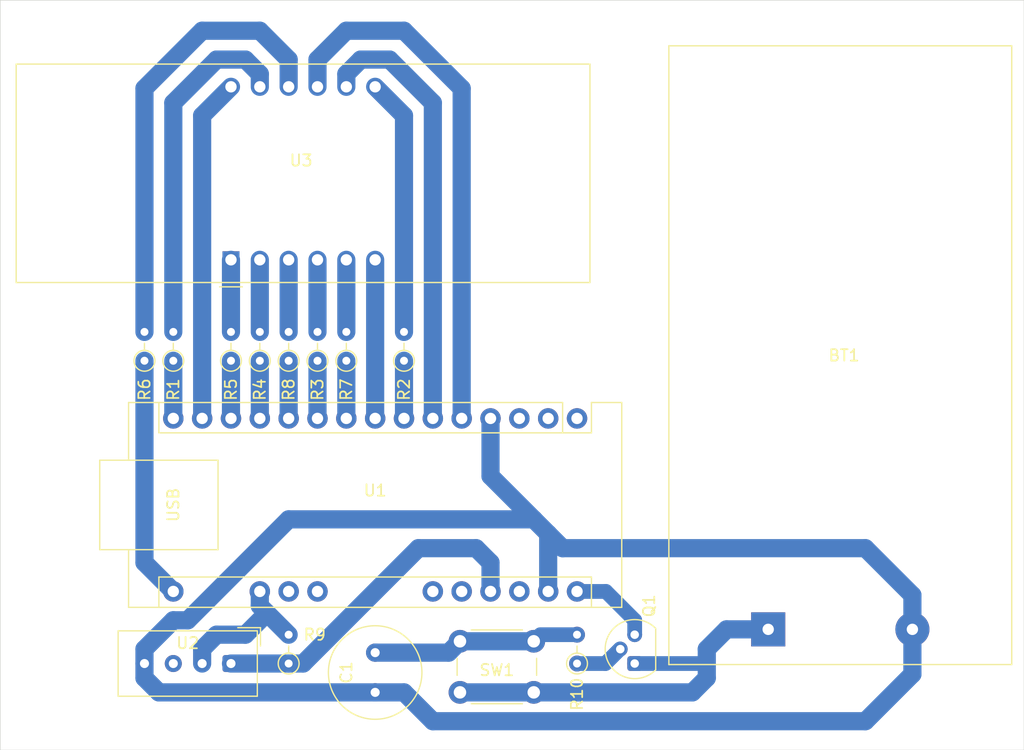
<source format=kicad_pcb>
(kicad_pcb (version 20241229) (generator "pcbnew") (generator_version "9.0")
  (layers (0 "F.Cu" signal) (2 "B.Cu" signal) (13 "F.Paste" user) (15 "B.Paste" user) (5 "F.SilkS" user "F.Silkscreen") (7 "B.SilkS" user "B.Silkscreen") (1 "F.Mask" user) (3 "B.Mask" user) (25 "Edge.Cuts" user))
  (net 0 "")
  (net 1 "GND")
  (net 2 "Net-(C1-Pad1)")
  (net 3 "VIN")
  (net 4 "Net-(Q1-B)")
  (net 5 "Net-(U1-A0)")
  (net 6 "+5V")
  (net 7 "Net-(U3-a)")
  (net 8 "SEG_A")
  (net 9 "SEG_F")
  (net 10 "Net-(U3-f)")
  (net 11 "Net-(U3-c)")
  (net 12 "SEG_C")
  (net 13 "Net-(U3-d)")
  (net 14 "SEG_D")
  (net 15 "SEG_E")
  (net 16 "Net-(U3-e)")
  (net 17 "SEG_B")
  (net 18 "Net-(U3-b)")
  (net 19 "SEG_G")
  (net 20 "Net-(U3-g)")
  (net 21 "SEG_P")
  (net 22 "Net-(U3-DPX)")
  (net 23 "DIG2")
  (net 25 "DIG4")
  (net 31 "DIG3")
  (net 34 "DIG1")
  (net 36 "PWR")
  (footprint "Package_TO_SOT_THT:TO-92" (layer "F.Cu") (at 182.88 129.54 90)
    (property "Reference" "Q1" (at 5.08 1.27 90) (layer "F.SilkS"))
    (property "Value" "BC547" (hide yes))
    (fp_line (start -0.53 1.85) (end 3.07 1.85) (stroke (width 0.12)) (layer "F.SilkS"))
    (fp_arc (start 1.27 -2.6) (mid 3.672087 -0.994977) (end 3.108478 1.838478) (stroke (width 0.12)) (layer "F.SilkS"))
    (fp_arc (start -0.568478 1.838478) (mid -1.132087 -0.994977) (end 1.27 -2.6) (stroke (width 0.12)) (layer "F.SilkS"))
    (pad "1" thru_hole roundrect (at 0 0 90) (size 1.3 1.3) (drill 0.75) (layers "*.Cu" "*.Mask") (roundrect_rratio 0.1923076923) (net 36 "PWR"))
    (pad "2" thru_hole circle (at 1.27 -1.27 90) (size 1.3 1.3) (drill 0.75) (layers "*.Cu" "*.Mask") (net 4 "Net-(Q1-B)"))
    (pad "3" thru_hole circle (at 2.54 0 90) (size 1.3 1.3) (drill 0.75) (layers "*.Cu" "*.Mask") (net 3 "VIN"))
  )
  (footprint "MountingHole:MountingHole_2mm" (layer "F.Cu") (at 130.81 133.35)
    (property "Reference" "H4" (hide yes))
    (property "Value" "MountingHole" (hide yes))
    (pad "" np_thru_hole circle (at 0 0) (size 2 2) (drill 2) (layers "*.Cu" "*.Mask"))
  )
  (footprint "Resistor_THT:R_Axial_DIN0204_L3.6mm_D1.6mm_P2.54mm_Vertical" (layer "F.Cu") (at 177.8 129.54 90)
    (property "Reference" "R10" (at -2.7 0 90) (layer "F.SilkS"))
    (property "Value" "10K" (hide yes))
    (fp_line (start 0.92 0) (end 1.54 0) (stroke (width 0.12)) (layer "F.SilkS"))
    (fp_circle (center 0 0) (end 0.92 0) (stroke (width 0.12)) (fill no) (layer "F.SilkS"))
    (pad "1" thru_hole circle (at 0 0 90) (size 1.4 1.4) (drill 0.7) (layers "*.Cu" "*.Mask") (net 4 "Net-(Q1-B)"))
    (pad "2" thru_hole circle (at 2.54 0 90) (size 1.4 1.4) (drill 0.7) (layers "*.Cu" "*.Mask") (net 2 "Net-(C1-Pad1)"))
  )
  (footprint "Display_7Segment:CA56-12EWA" (layer "F.Cu") (at 147.32 93.98 90)
    (property "Reference" "U3" (at 8.7475 5.08 180) (layer "F.SilkS") (effects (justify left)))
    (property "Value" "Display_3461BS")
    (fp_line (start -2 -18.92) (end 17.24 -18.92) (stroke (width 0.12)) (layer "F.SilkS"))
    (fp_line (start -2 -18.92) (end -2 31.62) (stroke (width 0.12)) (layer "F.SilkS"))
    (fp_line (start -2.38 -1) (end -2.38 1) (stroke (width 0.12)) (layer "F.SilkS"))
    (fp_line (start 17.24 31.62) (end 17.24 -18.92) (stroke (width 0.12)) (layer "F.SilkS"))
    (fp_line (start -2 31.62) (end 17.24 31.62) (stroke (width 0.12)) (layer "F.SilkS"))
    (pad "1" thru_hole rect (at 0 0 90) (size 1.5 1.5) (drill 1) (layers "*.Cu" "*.Mask") (net 16 "Net-(U3-e)"))
    (pad "2" thru_hole circle (at 0 2.54 90) (size 1.5 1.5) (drill 1) (layers "*.Cu" "*.Mask") (net 13 "Net-(U3-d)"))
    (pad "3" thru_hole circle (at 0 5.08 90) (size 1.5 1.5) (drill 1) (layers "*.Cu" "*.Mask") (net 22 "Net-(U3-DPX)"))
    (pad "4" thru_hole circle (at 0 7.62 90) (size 1.5 1.5) (drill 1) (layers "*.Cu" "*.Mask") (net 11 "Net-(U3-c)"))
    (pad "5" thru_hole circle (at 0 10.16 90) (size 1.5 1.5) (drill 1) (layers "*.Cu" "*.Mask") (net 20 "Net-(U3-g)"))
    (pad "6" thru_hole circle (at 0 12.7 90) (size 1.5 1.5) (drill 1) (layers "*.Cu" "*.Mask") (net 25 "DIG4"))
    (pad "7" thru_hole circle (at 15.24 12.7 90) (size 1.5 1.5) (drill 1) (layers "*.Cu" "*.Mask") (net 18 "Net-(U3-b)"))
    (pad "8" thru_hole circle (at 15.24 10.16 90) (size 1.5 1.5) (drill 1) (layers "*.Cu" "*.Mask") (net 31 "DIG3"))
    (pad "9" thru_hole circle (at 15.24 7.62 90) (size 1.5 1.5) (drill 1) (layers "*.Cu" "*.Mask") (net 23 "DIG2"))
    (pad "10" thru_hole circle (at 15.24 5.08 90) (size 1.5 1.5) (drill 1) (layers "*.Cu" "*.Mask") (net 10 "Net-(U3-f)"))
    (pad "11" thru_hole circle (at 15.24 2.54 90) (size 1.5 1.5) (drill 1) (layers "*.Cu" "*.Mask") (net 7 "Net-(U3-a)"))
    (pad "12" thru_hole circle (at 15.24 0 90) (size 1.5 1.5) (drill 1) (layers "*.Cu" "*.Mask") (net 34 "DIG1"))
  )
  (footprint "MountingHole:MountingHole_2mm" (layer "F.Cu") (at 130.81 101.6)
    (property "Reference" "H1" (hide yes))
    (property "Value" "MountingHole" (hide yes))
    (pad "" np_thru_hole circle (at 0 0) (size 2 2) (drill 2) (layers "*.Cu" "*.Mask"))
  )
  (footprint "Button_Switch_THT:SW_PUSH_6mm_H8mm" (layer "F.Cu") (at 167.49 127.58)
    (property "Reference" "SW1" (at 3.25 2.54 0) (layer "F.SilkS"))
    (property "Value" "SW_Push" (hide yes))
    (fp_line (start -0.25 1.5) (end -0.25 3) (stroke (width 0.12)) (layer "F.SilkS"))
    (fp_line (start 1 5.5) (end 5.5 5.5) (stroke (width 0.12)) (layer "F.SilkS"))
    (fp_line (start 5.5 -1) (end 1 -1) (stroke (width 0.12)) (layer "F.SilkS"))
    (fp_line (start 6.75 3) (end 6.75 1.5) (stroke (width 0.12)) (layer "F.SilkS"))
    (pad "1" thru_hole circle (at 0 0 90) (size 2 2) (drill 1.1) (layers "*.Cu" "*.Mask") (net 2 "Net-(C1-Pad1)"))
    (pad "1" thru_hole circle (at 6.5 0 90) (size 2 2) (drill 1.1) (layers "*.Cu" "*.Mask") (net 2 "Net-(C1-Pad1)"))
    (pad "2" thru_hole circle (at 0 4.5 90) (size 2 2) (drill 1.1) (layers "*.Cu" "*.Mask") (net 36 "PWR"))
    (pad "2" thru_hole circle (at 6.5 4.5 90) (size 2 2) (drill 1.1) (layers "*.Cu" "*.Mask") (net 36 "PWR"))
  )
  (footprint "MountingHole:MountingHole_2mm" (layer "F.Cu") (at 179.07 101.6)
    (property "Reference" "H5" (hide yes))
    (property "Value" "MountingHole" (hide yes))
    (pad "" np_thru_hole circle (at 0 0) (size 2 2) (drill 2) (layers "*.Cu" "*.Mask"))
  )
  (footprint "Capacitor_THT:C_Radial_D8.0mm_H11.5mm_P3.50mm" (layer "F.Cu") (at 160.02 128.58 -90)
    (property "Reference" "C1" (at 1.75 2.54 90) (layer "F.SilkS"))
    (property "Value" "470uF")
    (fp_circle (center 1.75 0) (end 5.87 0) (stroke (width 0.12)) (fill no) (layer "F.SilkS"))
    (pad "1" thru_hole circle (at 0 0 270) (size 1.6 1.6) (drill 0.8) (layers "*.Cu" "*.Mask") (net 2 "Net-(C1-Pad1)"))
    (pad "2" thru_hole circle (at 3.5 0 270) (size 1.6 1.6) (drill 0.8) (layers "*.Cu" "*.Mask") (net 1 "GND"))
  )
  (footprint "Sensor:Aosong_DHT11_5.5x12.0_P2.54mm" (layer "F.Cu") (at 147.32 129.54 -90)
    (property "Reference" "U2" (at -1.8 3.81 180) (layer "F.SilkS"))
    (property "Value" "DHT11" (hide yes))
    (fp_line (start -2.88 9.94) (end -2.88 -2.31) (stroke (width 0.12)) (layer "F.SilkS"))
    (fp_line (start 2.88 9.94) (end -2.88 9.94) (stroke (width 0.12)) (layer "F.SilkS"))
    (fp_line (start -2.87 -2.32) (end 2.87 -2.32) (stroke (width 0.12)) (layer "F.SilkS"))
    (fp_line (start 2.88 -2.32) (end 2.88 9.94) (stroke (width 0.12)) (layer "F.SilkS"))
    (fp_line (start -3.16 -2.6) (end -3.16 -0.6) (stroke (width 0.12)) (layer "F.SilkS"))
    (fp_line (start -3.16 -2.6) (end -1.55 -2.6) (stroke (width 0.12)) (layer "F.SilkS"))
    (pad "1" thru_hole roundrect (at 0 0 270) (size 1.5 1.5) (drill 0.8) (layers "*.Cu" "*.Mask") (roundrect_rratio 0.1666666667) (net 6 "+5V"))
    (pad "2" thru_hole circle (at 0 2.54 270) (size 1.5 1.5) (drill 0.8) (layers "*.Cu" "*.Mask") (net 5 "Net-(U1-A0)"))
    (pad "3" thru_hole circle (at 0 5.08 270) (size 1.5 1.5) (drill 0.8) (layers "*.Cu" "*.Mask"))
    (pad "4" thru_hole circle (at 0 7.62 270) (size 1.5 1.5) (drill 0.8) (layers "*.Cu" "*.Mask") (net 1 "GND"))
  )
  (footprint "MountingHole:MountingHole_2mm" (layer "F.Cu") (at 213.36 133.35)
    (property "Reference" "H3" (hide yes))
    (property "Value" "MountingHole" (hide yes))
    (pad "" np_thru_hole circle (at 0 0) (size 2 2) (drill 2) (layers "*.Cu" "*.Mask"))
  )
  (footprint "Battery:BatteryHolder_Eagle_12BH611-GR" (layer "F.Cu") (at 194.64 126.53 -90)
    (property "Reference" "BT1" (at -24.13 -6.68 180) (layer "F.SilkS"))
    (property "Value" "Battery_9V")
    (fp_line (start -51.4 8.75) (end -51.4 -21.45) (stroke (width 0.12)) (layer "F.SilkS"))
    (fp_line (start 3.1 8.75) (end -51.4 8.75) (stroke (width 0.12)) (layer "F.SilkS"))
    (fp_line (start -51.4 -21.45) (end 3.1 -21.45) (stroke (width 0.12)) (layer "F.SilkS"))
    (fp_line (start 3.1 -21.45) (end 3.1 8.75) (stroke (width 0.12)) (layer "F.SilkS"))
    (pad "" np_thru_hole circle (at -38.9 -17.45 270) (size 2.6 2.6) (drill 2.6) (layers "*.Cu" "*.Mask"))
    (pad "" np_thru_hole circle (at -24.15 4.75 270) (size 2.6 2.6) (drill 2.6) (layers "*.Cu" "*.Mask"))
    (pad "" np_thru_hole circle (at -10.9 -17.45 270) (size 2.6 2.6) (drill 2.6) (layers "*.Cu" "*.Mask"))
    (pad "1" thru_hole rect (at 0 0 270) (size 3 3) (drill 1) (layers "*.Cu" "*.Mask") (net 36 "PWR"))
    (pad "2" thru_hole circle (at 0 -12.7 270) (size 3 3) (drill 1) (layers "*.Cu" "*.Mask") (net 1 "GND"))
  )
  (footprint "Resistor_THT:R_Axial_DIN0204_L3.6mm_D1.6mm_P2.54mm_Vertical" (layer "F.Cu") (at 149.86 102.87 90)
    (property "Reference" "R4" (at -2.54 0 90) (layer "F.SilkS"))
    (property "Value" "1K" (hide yes))
    (fp_line (start 0.92 0) (end 1.54 0) (stroke (width 0.12)) (layer "F.SilkS"))
    (fp_circle (center 0 0) (end 0.92 0) (stroke (width 0.12)) (fill no) (layer "F.SilkS"))
    (pad "1" thru_hole circle (at 0 0 90) (size 1.4 1.4) (drill 0.7) (layers "*.Cu" "*.Mask") (net 14 "SEG_D"))
    (pad "2" thru_hole circle (at 2.54 0 90) (size 1.4 1.4) (drill 0.7) (layers "*.Cu" "*.Mask") (net 13 "Net-(U3-d)"))
  )
  (footprint "Resistor_THT:R_Axial_DIN0204_L3.6mm_D1.6mm_P2.54mm_Vertical" (layer "F.Cu") (at 154.94 102.87 90)
    (property "Reference" "R3" (at -2.54 0 90) (layer "F.SilkS"))
    (property "Value" "1K" (hide yes))
    (fp_line (start 0.92 0) (end 1.54 0) (stroke (width 0.12)) (layer "F.SilkS"))
    (fp_circle (center 0 0) (end 0.92 0) (stroke (width 0.12)) (fill no) (layer "F.SilkS"))
    (pad "1" thru_hole circle (at 0 0 90) (size 1.4 1.4) (drill 0.7) (layers "*.Cu" "*.Mask") (net 12 "SEG_C"))
    (pad "2" thru_hole circle (at 2.54 0 90) (size 1.4 1.4) (drill 0.7) (layers "*.Cu" "*.Mask") (net 11 "Net-(U3-c)"))
  )
  (footprint "Resistor_THT:R_Axial_DIN0204_L3.6mm_D1.6mm_P2.54mm_Vertical" (layer "F.Cu") (at 147.32 102.87 90)
    (property "Reference" "R5" (at -2.54 0 90) (layer "F.SilkS"))
    (property "Value" "1K" (hide yes))
    (fp_line (start 0.92 0) (end 1.54 0) (stroke (width 0.12)) (layer "F.SilkS"))
    (fp_circle (center 0 0) (end 0.92 0) (stroke (width 0.12)) (fill no) (layer "F.SilkS"))
    (pad "1" thru_hole circle (at 0 0 90) (size 1.4 1.4) (drill 0.7) (layers "*.Cu" "*.Mask") (net 15 "SEG_E"))
    (pad "2" thru_hole circle (at 2.54 0 90) (size 1.4 1.4) (drill 0.7) (layers "*.Cu" "*.Mask") (net 16 "Net-(U3-e)"))
  )
  (footprint "Resistor_THT:R_Axial_DIN0204_L3.6mm_D1.6mm_P2.54mm_Vertical" (layer "F.Cu") (at 152.4 129.54 90)
    (property "Reference" "R9" (at 2.54 2.3 0) (layer "F.SilkS"))
    (property "Value" "5K" (hide yes))
    (fp_line (start 0.92 0) (end 1.54 0) (stroke (width 0.12)) (layer "F.SilkS"))
    (fp_circle (center 0 0) (end 0.92 0) (stroke (width 0.12)) (fill no) (layer "F.SilkS"))
    (pad "1" thru_hole circle (at 0 0 90) (size 1.4 1.4) (drill 0.7) (layers "*.Cu" "*.Mask") (net 6 "+5V"))
    (pad "2" thru_hole circle (at 2.54 0 90) (size 1.4 1.4) (drill 0.7) (layers "*.Cu" "*.Mask") (net 5 "Net-(U1-A0)"))
  )
  (footprint "Resistor_THT:R_Axial_DIN0204_L3.6mm_D1.6mm_P2.54mm_Vertical" (layer "F.Cu") (at 152.4 102.87 90)
    (property "Reference" "R8" (at -2.54 0 90) (layer "F.SilkS"))
    (property "Value" "1K" (hide yes))
    (fp_line (start 0.92 0) (end 1.54 0) (stroke (width 0.12)) (layer "F.SilkS"))
    (fp_circle (center 0 0) (end 0.92 0) (stroke (width 0.12)) (fill no) (layer "F.SilkS"))
    (pad "1" thru_hole circle (at 0 0 90) (size 1.4 1.4) (drill 0.7) (layers "*.Cu" "*.Mask") (net 21 "SEG_P"))
    (pad "2" thru_hole circle (at 2.54 0 90) (size 1.4 1.4) (drill 0.7) (layers "*.Cu" "*.Mask") (net 22 "Net-(U3-DPX)"))
  )
  (footprint "Resistor_THT:R_Axial_DIN0204_L3.6mm_D1.6mm_P2.54mm_Vertical" (layer "F.Cu") (at 157.48 102.87 90)
    (property "Reference" "R7" (at -2.54 0 90) (layer "F.SilkS"))
    (property "Value" "1K" (hide yes))
    (fp_line (start 0.92 0) (end 1.54 0) (stroke (width 0.12)) (layer "F.SilkS"))
    (fp_circle (center 0 0) (end 0.92 0) (stroke (width 0.12)) (fill no) (layer "F.SilkS"))
    (pad "1" thru_hole circle (at 0 0 90) (size 1.4 1.4) (drill 0.7) (layers "*.Cu" "*.Mask") (net 19 "SEG_G"))
    (pad "2" thru_hole circle (at 2.54 0 90) (size 1.4 1.4) (drill 0.7) (layers "*.Cu" "*.Mask") (net 20 "Net-(U3-g)"))
  )
  (footprint "MountingHole:MountingHole_2mm" (layer "F.Cu") (at 181.61 74.93)
    (property "Reference" "H2" (hide yes))
    (property "Value" "MountingHole" (hide yes))
    (pad "" np_thru_hole circle (at 0 0) (size 2 2) (drill 2) (layers "*.Cu" "*.Mask"))
  )
  (footprint "Resistor_THT:R_Axial_DIN0204_L3.6mm_D1.6mm_P2.54mm_Vertical" (layer "F.Cu") (at 139.7 102.87 90)
    (property "Reference" "R6" (at -2.54 0 90) (layer "F.SilkS"))
    (property "Value" "1K" (hide yes))
    (fp_line (start 0.92 0) (end 1.54 0) (stroke (width 0.12)) (layer "F.SilkS"))
    (fp_circle (center 0 0) (end 0.92 0) (stroke (width 0.12)) (fill no) (layer "F.SilkS"))
    (pad "1" thru_hole circle (at 0 0 90) (size 1.4 1.4) (drill 0.7) (layers "*.Cu" "*.Mask") (net 9 "SEG_F"))
    (pad "2" thru_hole circle (at 2.54 0 90) (size 1.4 1.4) (drill 0.7) (layers "*.Cu" "*.Mask") (net 10 "Net-(U3-f)"))
  )
  (footprint "Custom:Arduino_Nano_v3" (layer "F.Cu") (at 177.8 107.95 -90)
    (property "Reference" "U1" (at 6.35 17.78 0) (layer "F.SilkS"))
    (property "Value" "Arduino_Nano_v3")
    (fp_line (start 3.68 42.04) (end 3.68 31.62) (stroke (width 0.12)) (layer "F.SilkS"))
    (fp_line (start 11.56 42.04) (end 3.68 42.04) (stroke (width 0.12)) (layer "F.SilkS"))
    (fp_line (start -1.4 39.5) (end 3.68 39.5) (stroke (width 0.12)) (layer "F.SilkS"))
    (fp_line (start 16.64 39.5) (end 11.56 39.5) (stroke (width 0.12)) (layer "F.SilkS"))
    (fp_line (start 16.64 39.5) (end 16.64 -3.94) (stroke (width 0.12)) (layer "F.SilkS"))
    (fp_line (start 1.27 36.83) (end -1.4 36.83) (stroke (width 0.12)) (layer "F.SilkS"))
    (fp_line (start 13.97 36.83) (end 16.64 36.83) (stroke (width 0.12)) (layer "F.SilkS"))
    (fp_line (start 3.68 31.62) (end 11.56 31.62) (stroke (width 0.12)) (layer "F.SilkS"))
    (fp_line (start 11.56 31.62) (end 11.56 42.04) (stroke (width 0.12)) (layer "F.SilkS"))
    (fp_line (start -1.4 1.27) (end -1.4 39.5) (stroke (width 0.12)) (layer "F.SilkS"))
    (fp_line (start 1.27 1.27) (end 1.27 36.83) (stroke (width 0.12)) (layer "F.SilkS"))
    (fp_line (start 1.27 1.27) (end -1.4 1.27) (stroke (width 0.12)) (layer "F.SilkS"))
    (fp_line (start 1.27 1.27) (end 1.27 -1.27) (stroke (width 0.12)) (layer "F.SilkS"))
    (fp_line (start 1.27 -1.27) (end -1.4 -1.27) (stroke (width 0.12)) (layer "F.SilkS"))
    (fp_line (start 13.97 -1.27) (end 13.97 36.83) (stroke (width 0.12)) (layer "F.SilkS"))
    (fp_line (start 13.97 -1.27) (end 16.64 -1.27) (stroke (width 0.12)) (layer "F.SilkS"))
    (fp_line (start -1.4 -3.94) (end -1.4 -1.27) (stroke (width 0.12)) (layer "F.SilkS"))
    (fp_line (start 16.64 -3.94) (end -1.4 -3.94) (stroke (width 0.12)) (layer "F.SilkS"))
    (fp_text user "USB" (at 7.62 35.56 90) (layer "F.SilkS"))
    (pad "1" thru_hole circle (at 0 0 270) (size 1.8 1.8) (drill 1) (layers "*.Cu" "*.Mask"))
    (pad "2" thru_hole circle (at 0 2.54 270) (size 1.8 1.8) (drill 1) (layers "*.Cu" "*.Mask"))
    (pad "3" thru_hole circle (at 0 5.08 270) (size 1.8 1.8) (drill 1) (layers "*.Cu" "*.Mask"))
    (pad "4" thru_hole circle (at 0 7.62 270) (size 1.8 1.8) (drill 1) (layers "*.Cu" "*.Mask") (net 1 "GND"))
    (pad "5" thru_hole circle (at 0 10.16 270) (size 1.8 1.8) (drill 1) (layers "*.Cu" "*.Mask") (net 23 "DIG2"))
    (pad "6" thru_hole circle (at 0 12.7 270) (size 1.8 1.8) (drill 1) (layers "*.Cu" "*.Mask") (net 31 "DIG3"))
    (pad "7" thru_hole circle (at 0 15.24 270) (size 1.8 1.8) (drill 1) (layers "*.Cu" "*.Mask") (net 17 "SEG_B"))
    (pad "8" thru_hole circle (at 0 17.78 270) (size 1.8 1.8) (drill 1) (layers "*.Cu" "*.Mask") (net 25 "DIG4"))
    (pad "9" thru_hole circle (at 0 20.32 270) (size 1.8 1.8) (drill 1) (layers "*.Cu" "*.Mask") (net 19 "SEG_G"))
    (pad "10" thru_hole circle (at 0 22.86 270) (size 1.8 1.8) (drill 1) (layers "*.Cu" "*.Mask") (net 12 "SEG_C"))
    (pad "11" thru_hole circle (at 0 25.4 270) (size 1.8 1.8) (drill 1) (layers "*.Cu" "*.Mask") (net 21 "SEG_P"))
    (pad "12" thru_hole circle (at 0 27.94 270) (size 1.8 1.8) (drill 1) (layers "*.Cu" "*.Mask") (net 14 "SEG_D"))
    (pad "13" thru_hole circle (at 0 30.48 270) (size 1.8 1.8) (drill 1) (layers "*.Cu" "*.Mask") (net 15 "SEG_E"))
    (pad "14" thru_hole circle (at 0 33.02 270) (size 1.8 1.8) (drill 1) (layers "*.Cu" "*.Mask") (net 34 "DIG1"))
    (pad "15" thru_hole circle (at 0 35.56 270) (size 1.8 1.8) (drill 1) (layers "*.Cu" "*.Mask") (net 8 "SEG_A"))
    (pad "16" thru_hole circle (at 15.24 35.56 270) (size 1.8 1.8) (drill 1) (layers "*.Cu" "*.Mask") (net 9 "SEG_F"))
    (pad "19" thru_hole circle (at 15.24 27.94 270) (size 1.8 1.8) (drill 1) (layers "*.Cu" "*.Mask") (net 5 "Net-(U1-A0)"))
    (pad "20" thru_hole circle (at 15.24 25.4 270) (size 1.8 1.8) (drill 1) (layers "*.Cu" "*.Mask"))
    (pad "21" thru_hole circle (at 15.24 22.86 270) (size 1.8 1.8) (drill 1) (layers "*.Cu" "*.Mask"))
    (pad "25" thru_hole circle (at 15.24 12.7 270) (size 1.8 1.8) (drill 1) (layers "*.Cu" "*.Mask"))
    (pad "26" thru_hole circle (at 15.24 10.16 270) (size 1.8 1.8) (drill 1) (layers "*.Cu" "*.Mask"))
    (pad "27" thru_hole circle (at 15.24 7.62 270) (size 1.8 1.8) (drill 1) (layers "*.Cu" "*.Mask") (net 6 "+5V"))
    (pad "28" thru_hole circle (at 15.24 5.08 270) (size 1.8 1.8) (drill 1) (layers "*.Cu" "*.Mask"))
    (pad "29" thru_hole circle (at 15.24 2.54 270) (size 1.8 1.8) (drill 1) (layers "*.Cu" "*.Mask") (net 1 "GND"))
    (pad "30" thru_hole circle (at 15.24 0 270) (size 1.8 1.8) (drill 1) (layers "*.Cu" "*.Mask") (net 3 "VIN"))
  )
  (footprint "Resistor_THT:R_Axial_DIN0204_L3.6mm_D1.6mm_P2.54mm_Vertical" (layer "F.Cu") (at 142.24 102.87 90)
    (property "Reference" "R1" (at -2.54 0 90) (layer "F.SilkS"))
    (property "Value" "1K" (hide yes))
    (fp_line (start 0.92 0) (end 1.54 0) (stroke (width 0.12)) (layer "F.SilkS"))
    (fp_circle (center 0 0) (end 0.92 0) (stroke (width 0.12)) (fill no) (layer "F.SilkS"))
    (pad "1" thru_hole circle (at 0 0 90) (size 1.4 1.4) (drill 0.7) (layers "*.Cu" "*.Mask") (net 8 "SEG_A"))
    (pad "2" thru_hole circle (at 2.54 0 90) (size 1.4 1.4) (drill 0.7) (layers "*.Cu" "*.Mask") (net 7 "Net-(U3-a)"))
  )
  (footprint "Resistor_THT:R_Axial_DIN0204_L3.6mm_D1.6mm_P2.54mm_Vertical" (layer "F.Cu") (at 162.56 102.87 90)
    (property "Reference" "R2" (at -2.54 0 90) (layer "F.SilkS"))
    (property "Value" "1K" (hide yes))
    (fp_line (start 0.92 0) (end 1.54 0) (stroke (width 0.12)) (layer "F.SilkS"))
    (fp_circle (center 0 0) (end 0.92 0) (stroke (width 0.12)) (fill no) (layer "F.SilkS"))
    (pad "1" thru_hole circle (at 0 0 90) (size 1.4 1.4) (drill 0.7) (layers "*.Cu" "*.Mask") (net 17 "SEG_B"))
    (pad "2" thru_hole circle (at 2.54 0 90) (size 1.4 1.4) (drill 0.7) (layers "*.Cu" "*.Mask") (net 18 "Net-(U3-b)"))
  )
  (gr_line (start 217.17 71.12) (end 217.17 137.16) (stroke (width 0.05)) (layer "Edge.Cuts"))
  (gr_line (start 127 137.16) (end 127 71.12) (stroke (width 0.05)) (layer "Edge.Cuts"))
  (gr_line (start 217.17 137.16) (end 127 137.16) (stroke (width 0.05)) (layer "Edge.Cuts"))
  (gr_line (start 127 71.12) (end 217.17 71.12) (stroke (width 0.05)) (layer "Edge.Cuts"))
  (segment (start 152.4 116.84) (end 173.99 116.84) (width 1.6) (layer "B.Cu") (net 1))
  (segment (start 162.56 132.08) (end 165.1 134.62) (width 1.6) (layer "B.Cu") (net 1))
  (segment (start 143.51 125.73) (end 152.4 116.84) (width 1.6) (layer "B.Cu") (net 1))
  (segment (start 139.7 130.81) (end 140.97 132.08) (width 1.6) (layer "B.Cu") (net 1))
  (segment (start 173.99 116.84) (end 175.26 118.11) (width 1.6) (layer "B.Cu") (net 1))
  (segment (start 139.7 129.54) (end 139.7 130.81) (width 1.6) (layer "B.Cu") (net 1))
  (segment (start 160.02 132.08) (end 162.56 132.08) (width 1.6) (layer "B.Cu") (net 1))
  (segment (start 175.26 118.11) (end 176.53 119.38) (width 1.6) (layer "B.Cu") (net 1))
  (segment (start 165.1 134.62) (end 203.2 134.62) (width 1.6) (layer "B.Cu") (net 1))
  (segment (start 139.7 129.54) (end 139.7 128.27) (width 1.6) (layer "B.Cu") (net 1))
  (segment (start 170.18 113.03) (end 173.99 116.84) (width 1.6) (layer "B.Cu") (net 1))
  (segment (start 175.26 118.11) (end 175.26 123.19) (width 1.6) (layer "B.Cu") (net 1))
  (segment (start 142.24 125.73) (end 143.51 125.73) (width 1.6) (layer "B.Cu") (net 1))
  (segment (start 203.2 119.38) (end 207.34 123.52) (width 1.6) (layer "B.Cu") (net 1))
  (segment (start 140.97 132.08) (end 160.02 132.08) (width 1.6) (layer "B.Cu") (net 1))
  (segment (start 170.18 107.95) (end 170.18 113.03) (width 1.6) (layer "B.Cu") (net 1))
  (segment (start 203.2 134.62) (end 207.34 130.48) (width 1.6) (layer "B.Cu") (net 1))
  (segment (start 207.34 123.52) (end 207.34 126.53) (width 1.6) (layer "B.Cu") (net 1))
  (segment (start 207.34 130.48) (end 207.34 126.53) (width 1.6) (layer "B.Cu") (net 1))
  (segment (start 176.53 119.38) (end 203.2 119.38) (width 1.6) (layer "B.Cu") (net 1))
  (segment (start 139.7 128.27) (end 142.24 125.73) (width 1.6) (layer "B.Cu") (net 1))
  (segment (start 160.02 128.58) (end 166.49 128.58) (width 1.6) (layer "B.Cu") (net 2))
  (segment (start 177.8 127) (end 174.57 127) (width 1.3) (layer "B.Cu") (net 2))
  (segment (start 167.49 127.58) (end 173.99 127.58) (width 1.6) (layer "B.Cu") (net 2))
  (segment (start 166.49 128.58) (end 167.49 127.58) (width 1.6) (layer "B.Cu") (net 2))
  (segment (start 182.88 127) (end 182.88 125.73) (width 1.3) (layer "B.Cu") (net 3))
  (segment (start 182.88 125.73) (end 180.34 123.19) (width 1.3) (layer "B.Cu") (net 3))
  (segment (start 180.34 123.19) (end 177.8 123.19) (width 1.3) (layer "B.Cu") (net 3))
  (segment (start 180.303892 129.54) (end 181.588447 128.255445) (width 1.3) (layer "B.Cu") (net 4))
  (segment (start 177.8 129.54) (end 180.303892 129.54) (width 1.3) (layer "B.Cu") (net 4))
  (segment (start 146.05 127) (end 148.59 127) (width 1.6) (layer "B.Cu") (net 5))
  (segment (start 149.86 124.46) (end 149.86 123.19) (width 1.6) (layer "B.Cu") (net 5))
  (segment (start 150.495 125.095) (end 149.86 124.46) (width 1.6) (layer "B.Cu") (net 5))
  (segment (start 144.78 128.27) (end 146.05 127) (width 1.6) (layer "B.Cu") (net 5))
  (segment (start 152.4 127) (end 150.495 125.095) (width 1.6) (layer "B.Cu") (net 5))
  (segment (start 148.59 127) (end 150.495 125.095) (width 1.6) (layer "B.Cu") (net 5))
  (segment (start 144.78 129.54) (end 144.78 128.27) (width 1.6) (layer "B.Cu") (net 5))
  (segment (start 170.18 120.65) (end 170.18 123.19) (width 1.6) (layer "B.Cu") (net 6))
  (segment (start 163.83 119.38) (end 168.91 119.38) (width 1.6) (layer "B.Cu") (net 6))
  (segment (start 152.4 129.54) (end 147.32 129.54) (width 1.6) (layer "B.Cu") (net 6))
  (segment (start 152.4 129.54) (end 153.67 129.54) (width 1.6) (layer "B.Cu") (net 6))
  (segment (start 168.91 119.38) (end 170.18 120.65) (width 1.6) (layer "B.Cu") (net 6))
  (segment (start 153.67 129.54) (end 163.83 119.38) (width 1.6) (layer "B.Cu") (net 6))
  (segment (start 142.24 100.33) (end 142.24 80.1525) (width 1.6) (layer "B.Cu") (net 7))
  (segment (start 142.24 80.1525) (end 146.05 76.3425) (width 1.6) (layer "B.Cu") (net 7))
  (segment (start 146.05 76.3425) (end 148.59 76.3425) (width 1.6) (layer "B.Cu") (net 7))
  (segment (start 148.59 76.3425) (end 149.86 77.6125) (width 1.6) (layer "B.Cu") (net 7))
  (segment (start 149.86 77.6125) (end 149.86 78.74) (width 1.6) (layer "B.Cu") (net 7))
  (segment (start 142.24 107.95) (end 142.24 102.87) (width 1.6) (layer "B.Cu") (net 8))
  (segment (start 139.7 120.65) (end 142.24 123.19) (width 1.6) (layer "B.Cu") (net 9))
  (segment (start 139.7 120.65) (end 139.7 102.87) (width 1.6) (layer "B.Cu") (net 9))
  (segment (start 152.4 76.3425) (end 152.4 78.74) (width 1.6) (layer "B.Cu") (net 10))
  (segment (start 149.86 73.8025) (end 152.4 76.3425) (width 1.6) (layer "B.Cu") (net 10))
  (segment (start 139.7 78.8825) (end 139.7 100.33) (width 1.6) (layer "B.Cu") (net 10))
  (segment (start 139.7 78.8825) (end 144.78 73.8025) (width 1.6) (layer "B.Cu") (net 10))
  (segment (start 144.78 73.8025) (end 149.86 73.8025) (width 1.6) (layer "B.Cu") (net 10))
  (segment (start 154.94 93.98) (end 154.94 100.33) (width 1.6) (layer "B.Cu") (net 11))
  (segment (start 154.94 107.95) (end 154.94 102.87) (width 1.6) (layer "B.Cu") (net 12))
  (segment (start 149.86 93.98) (end 149.86 100.33) (width 1.6) (layer "B.Cu") (net 13))
  (segment (start 149.86 107.95) (end 149.86 102.87) (width 1.6) (layer "B.Cu") (net 14))
  (segment (start 147.32 107.95) (end 147.32 102.87) (width 1.6) (layer "B.Cu") (net 15))
  (segment (start 147.32 93.98) (end 147.32 100.33) (width 1.6) (layer "B.Cu") (net 16))
  (segment (start 162.56 107.95) (end 162.56 102.87) (width 1.6) (layer "B.Cu") (net 17))
  (segment (start 162.56 81.28) (end 162.56 100.33) (width 1.6) (layer "B.Cu") (net 18))
  (segment (start 162.56 81.28) (end 160.02 78.74) (width 1.6) (layer "B.Cu") (net 18))
  (segment (start 157.48 107.95) (end 157.48 102.87) (width 1.6) (layer "B.Cu") (net 19))
  (segment (start 157.48 93.98) (end 157.48 100.33) (width 1.6) (layer "B.Cu") (net 20))
  (segment (start 152.4 107.95) (end 152.4 102.87) (width 1.6) (layer "B.Cu") (net 21))
  (segment (start 152.4 93.98) (end 152.4 100.33) (width 1.6) (layer "B.Cu") (net 22))
  (segment (start 154.94 76.3425) (end 154.94 78.74) (width 1.6) (layer "B.Cu") (net 23))
  (segment (start 167.64 78.8825) (end 167.64 107.95) (width 1.6) (layer "B.Cu") (net 23))
  (segment (start 167.64 78.8825) (end 162.56 73.8025) (width 1.6) (layer "B.Cu") (net 23))
  (segment (start 162.56 73.8025) (end 157.48 73.8025) (width 1.6) (layer "B.Cu") (net 23))
  (segment (start 157.48 73.8025) (end 154.94 76.3425) (width 1.6) (layer "B.Cu") (net 23))
  (segment (start 160.02 93.98) (end 160.02 107.95) (width 1.6) (layer "B.Cu") (net 25))
  (segment (start 157.48 77.6125) (end 157.48 78.74) (width 1.6) (layer "B.Cu") (net 31))
  (segment (start 161.29 76.3425) (end 158.75 76.3425) (width 1.6) (layer "B.Cu") (net 31))
  (segment (start 158.75 76.3425) (end 157.48 77.6125) (width 1.6) (layer "B.Cu") (net 31))
  (segment (start 165.1 80.1525) (end 161.29 76.3425) (width 1.6) (layer "B.Cu") (net 31))
  (segment (start 165.1 80.1525) (end 165.1 107.95) (width 1.6) (layer "B.Cu") (net 31))
  (segment (start 144.78 81.28) (end 144.78 107.95) (width 1.6) (layer "B.Cu") (net 34))
  (segment (start 144.78 81.28) (end 147.32 78.74) (width 1.6) (layer "B.Cu") (net 34))
  (segment (start 182.88 129.54) (end 189.23 129.54) (width 1.3) (layer "B.Cu") (net 36))
  (segment (start 189.23 130.81) (end 189.23 128.27) (width 1.6) (layer "B.Cu") (net 36))
  (segment (start 167.49 132.08) (end 173.99 132.08) (width 1.6) (layer "B.Cu") (net 36))
  (segment (start 190.97 126.53) (end 194.64 126.53) (width 1.6) (layer "B.Cu") (net 36))
  (segment (start 189.23 128.27) (end 190.97 126.53) (width 1.6) (layer "B.Cu") (net 36))
  (segment (start 187.96 132.08) (end 189.23 130.81) (width 1.6) (layer "B.Cu") (net 36))
  (segment (start 173.99 132.08) (end 187.96 132.08) (width 1.6) (layer "B.Cu") (net 36))
)
</source>
